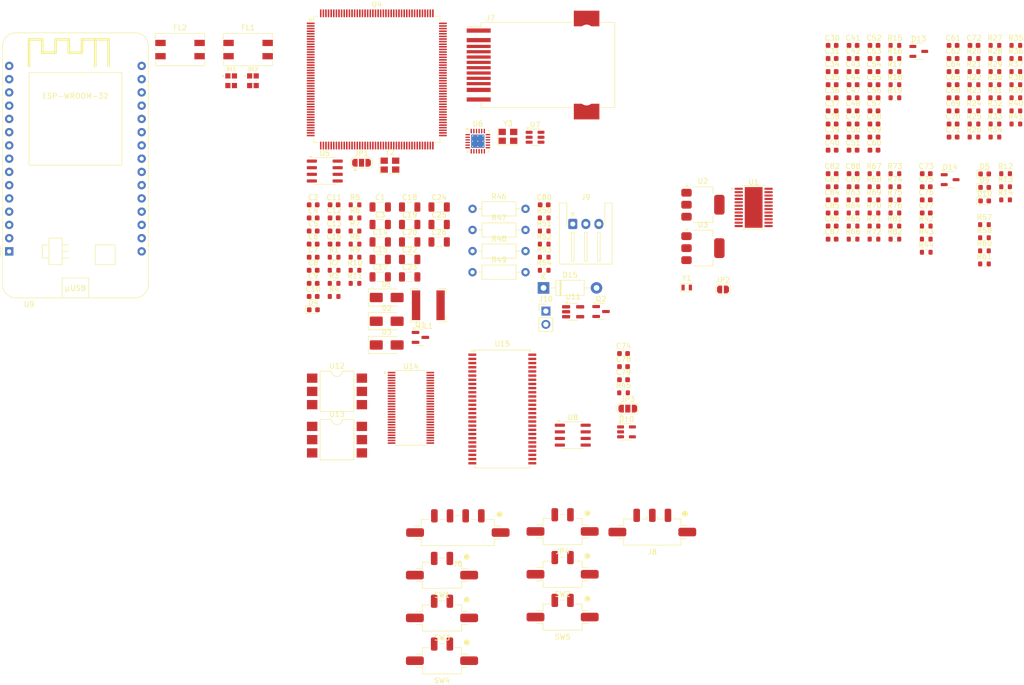
<source format=kicad_pcb>
(kicad_pcb
	(version 20240108)
	(generator "pcbnew")
	(generator_version "8.0")
	(general
		(thickness 1.6)
		(legacy_teardrops no)
	)
	(paper "A4")
	(layers
		(0 "F.Cu" signal)
		(31 "B.Cu" signal)
		(32 "B.Adhes" user "B.Adhesive")
		(33 "F.Adhes" user "F.Adhesive")
		(34 "B.Paste" user)
		(35 "F.Paste" user)
		(36 "B.SilkS" user "B.Silkscreen")
		(37 "F.SilkS" user "F.Silkscreen")
		(38 "B.Mask" user)
		(39 "F.Mask" user)
		(40 "Dwgs.User" user "User.Drawings")
		(41 "Cmts.User" user "User.Comments")
		(42 "Eco1.User" user "User.Eco1")
		(43 "Eco2.User" user "User.Eco2")
		(44 "Edge.Cuts" user)
		(45 "Margin" user)
		(46 "B.CrtYd" user "B.Courtyard")
		(47 "F.CrtYd" user "F.Courtyard")
		(48 "B.Fab" user)
		(49 "F.Fab" user)
		(50 "User.1" user)
		(51 "User.2" user)
		(52 "User.3" user)
		(53 "User.4" user)
		(54 "User.5" user)
		(55 "User.6" user)
		(56 "User.7" user)
		(57 "User.8" user)
		(58 "User.9" user)
	)
	(setup
		(pad_to_mask_clearance 0)
		(allow_soldermask_bridges_in_footprints no)
		(pcbplotparams
			(layerselection 0x00010fc_ffffffff)
			(plot_on_all_layers_selection 0x0000000_00000000)
			(disableapertmacros no)
			(usegerberextensions no)
			(usegerberattributes yes)
			(usegerberadvancedattributes yes)
			(creategerberjobfile yes)
			(dashed_line_dash_ratio 12.000000)
			(dashed_line_gap_ratio 3.000000)
			(svgprecision 4)
			(plotframeref no)
			(viasonmask no)
			(mode 1)
			(useauxorigin no)
			(hpglpennumber 1)
			(hpglpenspeed 20)
			(hpglpendiameter 15.000000)
			(pdf_front_fp_property_popups yes)
			(pdf_back_fp_property_popups yes)
			(dxfpolygonmode yes)
			(dxfimperialunits yes)
			(dxfusepcbnewfont yes)
			(psnegative no)
			(psa4output no)
			(plotreference yes)
			(plotvalue yes)
			(plotfptext yes)
			(plotinvisibletext no)
			(sketchpadsonfab no)
			(subtractmaskfromsilk no)
			(outputformat 1)
			(mirror no)
			(drillshape 1)
			(scaleselection 1)
			(outputdirectory "")
		)
	)
	(net 0 "")
	(net 1 "+3V3_FER")
	(net 2 "Earth")
	(net 3 "/Ethernet/LED_G")
	(net 4 "/Ethernet/LED_Y")
	(net 5 "GND")
	(net 6 "+3V3")
	(net 7 "+5V")
	(net 8 "/Power/3V3_Display")
	(net 9 "Net-(C5-Pad2)")
	(net 10 "Net-(U1-COMP)")
	(net 11 "Net-(U1-C1+)")
	(net 12 "Net-(U1-C1-)")
	(net 13 "Net-(U1-C2+)")
	(net 14 "Net-(U1-C2-)")
	(net 15 "/Power/3V8")
	(net 16 "Net-(D2-A)")
	(net 17 "Net-(U1-DRV)")
	(net 18 "/Power/18V")
	(net 19 "/Power/9V6")
	(net 20 "Net-(U1-FB1)")
	(net 21 "Net-(U1-REF)")
	(net 22 "/Power/-6V")
	(net 23 "Net-(U1-VCOMIN)")
	(net 24 "+24V")
	(net 25 "Net-(U3-VI)")
	(net 26 "Net-(U2-VI)")
	(net 27 "+5VP")
	(net 28 "Net-(D1-A)")
	(net 29 "Net-(D4-A)")
	(net 30 "Net-(D15-K)")
	(net 31 "/IEC_Charging_Circuit/CP")
	(net 32 "Net-(J7-Pad2)")
	(net 33 "Net-(J7-RD-)")
	(net 34 "Net-(J7-TD-)")
	(net 35 "unconnected-(J7-NC-Pad9)")
	(net 36 "Net-(J7-RD+)")
	(net 37 "Net-(J7-TD+)")
	(net 38 "Net-(J7-Pad11)")
	(net 39 "Net-(J8-Pin_2)")
	(net 40 "/IEC_Charging_Circuit/PP")
	(net 41 "Net-(J10-Pin_1)")
	(net 42 "Net-(JP1-C)")
	(net 43 "/Core/V_{ref}")
	(net 44 "Net-(JP3-C)")
	(net 45 "/ESP32/V_{ref}")
	(net 46 "Net-(Q1-B)")
	(net 47 "Net-(Q2-G)")
	(net 48 "Net-(U1-FB3)")
	(net 49 "Net-(U1-FB2)")
	(net 50 "Net-(R6-Pad2)")
	(net 51 "Net-(U10-A)")
	(net 52 "/IEC_Charging_Circuit/PWM_SENSE")
	(net 53 "/IEC_Charging_Circuit/EV_Start_Charging")
	(net 54 "Net-(U11--)")
	(net 55 "/IEC_Charging_Circuit/Charging_Point_PWM")
	(net 56 "Net-(R54-Pad1)")
	(net 57 "/SDRAM/D9")
	(net 58 "unconnected-(U4B-PH9-Pad86)")
	(net 59 "/SDRAM/A11")
	(net 60 "unconnected-(U4B-PD13-Pad101)")
	(net 61 "/Core/I2C_SCL")
	(net 62 "/SDRAM/D0")
	(net 63 "unconnected-(U4B-PC13-Pad8)")
	(net 64 "unconnected-(U4B-PD4-Pad146)")
	(net 65 "unconnected-(U4G-PA3-Pad47)")
	(net 66 "/Display/B5")
	(net 67 "unconnected-(U4B-PI8-Pad7)")
	(net 68 "/SDRAM/D14")
	(net 69 "/SDRAM/D2")
	(net 70 "/SDRAM/D4")
	(net 71 "unconnected-(U4B-PH6-Pad83)")
	(net 72 "/Core/OSC_in")
	(net 73 "unconnected-(U4B-PG13-Pad156)")
	(net 74 "/Core/SWCLK")
	(net 75 "unconnected-(U4B-PG10-Pad153)")
	(net 76 "/Display/R2")
	(net 77 "/SDRAM/A3")
	(net 78 "/SDRAM/D13")
	(net 79 "unconnected-(U4B-PH15-Pad130)")
	(net 80 "unconnected-(U4G-PA9-Pad120)")
	(net 81 "/Display/R0")
	(net 82 "/SDRAM/A2")
	(net 83 "/Display/R7")
	(net 84 "/Display/B4")
	(net 85 "unconnected-(U4G-PB14-Pad94)")
	(net 86 "unconnected-(U4G-PA12-Pad123)")
	(net 87 "unconnected-(U4G-PD2-Pad144)")
	(net 88 "/SDRAM/A0")
	(net 89 "unconnected-(U4B-PF8-Pad26)")
	(net 90 "/SDRAM/SDNE0")
	(net 91 "/Core/SWDIO")
	(net 92 "/SDRAM/A10")
	(net 93 "unconnected-(U4B-PC10-Pad139)")
	(net 94 "/Display/G0")
	(net 95 "unconnected-(U4B-PI7-Pad176)")
	(net 96 "/SDRAM/BA0")
	(net 97 "/Ethernet/RMII_TX_EN")
	(net 98 "/Core/NRST")
	(net 99 "/SDRAM/D12")
	(net 100 "unconnected-(U4B-PH12-Pad89)")
	(net 101 "/SDRAM/NBL0")
	(net 102 "/Display/B0")
	(net 103 "unconnected-(U4B-PD3-Pad145)")
	(net 104 "/Display/G2")
	(net 105 "unconnected-(U4B-PG14-Pad157)")
	(net 106 "/Display/R1")
	(net 107 "unconnected-(U4B-PH10-Pad87)")
	(net 108 "/SDRAM/SDNWE")
	(net 109 "/Ethernet/RMII_RXD1")
	(net 110 "/SDRAM/A9")
	(net 111 "/SDRAM/D11")
	(net 112 "unconnected-(U4B-PI6-Pad175)")
	(net 113 "/Display/DE")
	(net 114 "/Display/G3")
	(net 115 "/Display/CLK")
	(net 116 "unconnected-(U4G-PA11-Pad122)")
	(net 117 "unconnected-(U4B-PB5-Pad163)")
	(net 118 "unconnected-(U4B-PI3-Pad134)")
	(net 119 "unconnected-(U4G-PA0-Pad40)")
	(net 120 "/SDRAM/A4")
	(net 121 "/Display/B3")
	(net 122 "unconnected-(U4G-PD5-Pad147)")
	(net 123 "/SDRAM/D15")
	(net 124 "/SDRAM/D3")
	(net 125 "/Display/G4")
	(net 126 "/SDRAM/A7")
	(net 127 "unconnected-(U4B-PC8-Pad117)")
	(net 128 "/SDRAM/A12")
	(net 129 "unconnected-(U4B-PI1-Pad132)")
	(net 130 "Net-(C27-Pad1)")
	(net 131 "Net-(U4F-BOOT0)")
	(net 132 "unconnected-(U4B-PD7-Pad151)")
	(net 133 "unconnected-(U4B-PC7-Pad116)")
	(net 134 "/Display/G7")
	(net 135 "unconnected-(U4F-PDR_ON-Pad171)")
	(net 136 "/Ethernet/RMII_MDIO")
	(net 137 "/Display/G1")
	(net 138 "/Display/R6")
	(net 139 "unconnected-(U4B-PH7-Pad84)")
	(net 140 "/SDRAM/D6")
	(net 141 "/SDRAM/A1")
	(net 142 "unconnected-(U4B-PG3-Pad107)")
	(net 143 "/SDRAM/D8")
	(net 144 "/Display/B6")
	(net 145 "/Display/R4")
	(net 146 "/Core/OSC_out")
	(net 147 "unconnected-(U4B-PA15-Pad138)")
	(net 148 "unconnected-(U4B-PF6-Pad24)")
	(net 149 "/SDRAM/A5")
	(net 150 "/Display/G6")
	(net 151 "/Core/I2C_SDA")
	(net 152 "unconnected-(U4B-PF7-Pad25)")
	(net 153 "unconnected-(U4G-PA10-Pad121)")
	(net 154 "unconnected-(U4B-PF9-Pad27)")
	(net 155 "unconnected-(U4G-PC12-Pad141)")
	(net 156 "/Display/G5")
	(net 157 "unconnected-(U4B-PB15-Pad95)")
	(net 158 "unconnected-(U4B-PC6-Pad115)")
	(net 159 "unconnected-(U4B-PD12-Pad100)")
	(net 160 "/Display/R5")
	(net 161 "unconnected-(U4B-PE2-Pad1)")
	(net 162 "/Ethernet/RMII_TXD1")
	(net 163 "/SDRAM/D5")
	(net 164 "/Core/CAN_TX")
	(net 165 "/SDRAM/D1")
	(net 166 "Net-(U4A-VREF+)")
	(net 167 "/Display/B1")
	(net 168 "/Display/B7")
	(net 169 "unconnected-(U4B-PD11-Pad99)")
	(net 170 "/Ethernet/RMII_MDC")
	(net 171 "unconnected-(U4B-PE3-Pad2)")
	(net 172 "/Core/OSC32_in")
	(net 173 "/SDRAM/SDCLK")
	(net 174 "/Core/CAN_RX")
	(net 175 "unconnected-(U4G-PD6-Pad150)")
	(net 176 "unconnected-(U4B-PG11-Pad154)")
	(net 177 "/SDRAM/SDCKE0")
	(net 178 "/Ethernet/RMII_RXD0")
	(net 179 "unconnected-(U4B-PC11-Pad140)")
	(net 180 "/Ethernet/RMII_CRS_DV")
	(net 181 "/Core/TRACESWO")
	(net 182 "unconnected-(U4B-PB4-Pad162)")
	(net 183 "/Display/HSYNC")
	(net 184 "/Ethernet/RMII_TXD0")
	(net 185 "Net-(C33-Pad1)")
	(net 186 "/SDRAM/D10")
	(net 187 "/SDRAM/SDNCAS")
	(net 188 "/Display/R3")
	(net 189 "/Core/OSC32_out")
	(net 190 "/Display/VSYNC")
	(net 191 "/SDRAM/D7")
	(net 192 "unconnected-(U4B-PI0-Pad131)")
	(net 193 "unconnected-(U4B-PG9-Pad152)")
	(net 194 "/SDRAM/BA1")
	(net 195 "unconnected-(U4B-PH11-Pad88)")
	(net 196 "/SDRAM/SDNRAS")
	(net 197 "/SDRAM/A6")
	(net 198 "/SDRAM/NBL1")
	(net 199 "/Display/B2")
	(net 200 "/Ethernet/RMII_REF_CLK")
	(net 201 "/SDRAM/A8")
	(net 202 "unconnected-(U4B-PB2-Pad58)")
	(net 203 "Net-(U5-CANL)")
	(net 204 "Net-(U5-Rs)")
	(net 205 "Net-(U5-CANH)")
	(net 206 "Net-(U6-~{INT}{slash}REFCLKO)")
	(net 207 "/Ethernet/XTAL2")
	(net 208 "Net-(U6-VDDCR)")
	(net 209 "Net-(U6-RXER{slash}PHYAD0)")
	(net 210 "Net-(U6-TXD0)")
	(net 211 "Net-(U6-~{RST})")
	(net 212 "Net-(U6-RXD1{slash}MODE1)")
	(net 213 "Net-(U6-TXD1)")
	(net 214 "Net-(U6-MDIO)")
	(net 215 "Net-(U6-TXEN)")
	(net 216 "/Ethernet/XTAL1")
	(net 217 "Net-(U6-RBIAS)")
	(net 218 "Net-(U6-MDC)")
	(net 219 "Net-(U6-CRS_DV{slash}MODE2)")
	(net 220 "Net-(U6-RXD0{slash}MODE0)")
	(net 221 "Net-(U8-CANL)")
	(net 222 "Net-(U8-Rs)")
	(net 223 "Net-(U8-CANH)")
	(net 224 "/ESP32/CAN_RX")
	(net 225 "/ESP32/CAN_TX")
	(net 226 "unconnected-(U10-NC-Pad1)")
	(net 227 "/SDC_and_SCS/SDC_in")
	(net 228 "unconnected-(U12-Pad3)")
	(net 229 "/SDC_and_SCS/SDC_enable")
	(net 230 "Net-(R55-Pad1)")
	(net 231 "/SDC_and_SCS/SDC_out")
	(net 232 "/SDC_and_SCS/RSD_in")
	(net 233 "unconnected-(U13-Pad5)")
	(net 234 "Net-(R56-Pad2)")
	(net 235 "unconnected-(U13-Pad3)")
	(net 236 "/SDC_and_SCS/RSD_out")
	(net 237 "/Core/CANH")
	(net 238 "/Core/CANL")
	(net 239 "/ESP32/CANH")
	(net 240 "/ESP32/CANL")
	(net 241 "Net-(D5-A)")
	(net 242 "Net-(D9-A)")
	(net 243 "Net-(D10-A)")
	(net 244 "/SDC_and_SCS/~{IMD_Error_LED}")
	(net 245 "Net-(Q3-G)")
	(net 246 "Net-(Q4-G)")
	(net 247 "/SDC_and_SCS/~{AMS_Error_LED}")
	(net 248 "/Display/PCAP_RST")
	(net 249 "/Display/I2C_SDA")
	(net 250 "/Display/I2C_SCL")
	(net 251 "Net-(U14-~{SHTDN})")
	(net 252 "Net-(U14-CLKSEL)")
	(net 253 "/Display/LCD_SELB")
	(net 254 "Net-(R70-Pad1)")
	(net 255 "VDD")
	(net 256 "Net-(R72-Pad2)")
	(net 257 "/Display/LCD_STBYB")
	(net 258 "/Display/LCB_Reset")
	(net 259 "/Display/LCD_U{slash}D")
	(net 260 "/Display/LCD_L{slash}R")
	(net 261 "/Display/RXIN0-")
	(net 262 "/Display/RXCLKIN+")
	(net 263 "/Display/RXIN0+")
	(net 264 "/Display/RXIN2-")
	(net 265 "/Display/RXIN1-")
	(net 266 "/Display/RXIN2+")
	(net 267 "/Display/RXIN3+")
	(net 268 "/Display/RXIN3-")
	(net 269 "/Display/RXIN1+")
	(net 270 "/Display/RXCLKIN-")
	(net 271 "Net-(U15-VDDQ-Pad3)")
	(net 272 "Net-(U15-VDD-Pad1)")
	(net 273 "unconnected-(U15-NC-Pad40)")
	(net 274 "Net-(SW5-Pad1)")
	(net 275 "/Core/LED1_B")
	(net 276 "/Core/LED1_G")
	(net 277 "/Core/LED1_R")
	(net 278 "/Core/LED2_R")
	(net 279 "/Core/LED2_G")
	(net 280 "/Core/LED2_B")
	(net 281 "unconnected-(U9-TX0{slash}D1-Pad18)")
	(net 282 "unconnected-(U9-D18-Pad22)")
	(net 283 "unconnected-(U9-D34-Pad12)")
	(net 284 "unconnected-(U9-D19-Pad21)")
	(net 285 "unconnected-(U9-D25-Pad8)")
	(net 286 "/ESP32/ESP_RX")
	(net 287 "unconnected-(U9-D15-Pad28)")
	(net 288 "unconnected-(U9-D32-Pad10)")
	(net 289 "unconnected-(U9-RX0{slash}D3-Pad19)")
	(net 290 "unconnected-(U9-D13-Pad3)")
	(net 291 "unconnected-(U9-D12-Pad4)")
	(net 292 "unconnected-(U9-D35-Pad11)")
	(net 293 "unconnected-(U9-D2-Pad27)")
	(net 294 "unconnected-(U9-D14-Pad5)")
	(net 295 "unconnected-(U9-D39{slash}VN-Pad13)")
	(net 296 "/ESP32/ESP_TX")
	(net 297 "unconnected-(U9-D22-Pad17)")
	(net 298 "unconnected-(U9-D26-Pad7)")
	(net 299 "unconnected-(U9-D33-Pad9)")
	(net 300 "unconnected-(U9-EN-Pad15)")
	(net 301 "unconnected-(U9-VIN-Pad1)")
	(net 302 "unconnected-(U9-D36{slash}VP-Pad14)")
	(net 303 "unconnected-(U9-D27-Pad6)")
	(net 304 "unconnected-(U9-D23-Pad16)")
	(net 305 "/Core/SDC_Voltage")
	(net 306 "/Core/TSAL_Green")
	(net 307 "Net-(JP4-A)")
	(net 308 "Net-(J4-Pin_2)")
	(net 309 "/SDC_and_SCS/AMS_Reset_in")
	(net 310 "/SDC_and_SCS/AMS_Reset_out")
	(net 311 "unconnected-(SW3-Pad1)")
	(net 312 "unconnected-(SW3-Pad2)")
	(net 313 "unconnected-(SW4-Pad2)")
	(net 314 "unconnected-(SW4-Pad1)")
	(footprint "Capacitor_SMD:C_1206_3216Metric" (layer "F.Cu") (at 90.13 90.29))
	(footprint "Capacitor_SMD:C_0603_1608Metric" (layer "F.Cu") (at 81.29 76.47))
	(footprint "Package_TO_SOT_SMD:SOT-23-3" (layer "F.Cu") (at 199.395 71.645))
	(footprint "Resistor_SMD:R_0603_1608Metric" (layer "F.Cu") (at 203.975 63.48))
	(footprint "Capacitor_SMD:C_1206_3216Metric" (layer "F.Cu") (at 101.43 76.89))
	(footprint "Capacitor_SMD:C_0603_1608Metric" (layer "F.Cu") (at 199.965 53.44))
	(footprint "Capacitor_SMD:C_0603_1608Metric" (layer "F.Cu") (at 81.29 84))
	(footprint "Capacitor_SMD:C_0603_1608Metric" (layer "F.Cu") (at 176.775 70.5))
	(footprint "Resistor_SMD:R_0603_1608Metric" (layer "F.Cu") (at 207.985 58.46))
	(footprint "Charger:ESP32-WROOM-32-DevKit-30Pin" (layer "F.Cu") (at 19 85.4))
	(footprint "LED_SMD:LED_0603_1608Metric" (layer "F.Cu") (at 206.015 70.54))
	(footprint "Diode_SMD:D_SMA" (layer "F.Cu") (at 91.375 94.24))
	(footprint "Resistor_SMD:R_0603_1608Metric" (layer "F.Cu") (at 211.995 48.42))
	(footprint "Resistor_SMD:R_0603_1608Metric" (layer "F.Cu") (at 180.785 75.52))
	(footprint "Capacitor_SMD:C_1206_3216Metric" (layer "F.Cu") (at 90.13 80.24))
	(footprint "Resistor_SMD:R_0603_1608Metric" (layer "F.Cu") (at 85.3 78.98))
	(footprint "Resistor_SMD:R_0603_1608Metric" (layer "F.Cu") (at 184.795 73.01))
	(footprint "Capacitor_SMD:C_0603_1608Metric" (layer "F.Cu") (at 180.785 55.95))
	(footprint "Package_TO_SOT_SMD:SOT-223-3_TabPin2" (layer "F.Cu") (at 152 76.45))
	(footprint "FaSTTUBe_connectors:Micro_Mate-N-Lok_2p_vertical" (layer "F.Cu") (at 101.98 163.87))
	(footprint "Resistor_SMD:R_0603_1608Metric" (layer "F.Cu") (at 205.975 82.78))
	(footprint "Capacitor_SMD:C_0603_1608Metric" (layer "F.Cu") (at 184.795 65.99))
	(footprint "Resistor_SMD:R_0603_1608Metric" (layer "F.Cu") (at 188.805 55.95))
	(footprint "Resistor_SMD:R_0603_1608Metric" (layer "F.Cu") (at 81.29 86.51))
	(footprint "Capacitor_SMD:C_0603_1608Metric" (layer "F.Cu") (at 199.965 58.46))
	(footprint "Resistor_SMD:R_0603_1608Metric" (layer "F.Cu") (at 207.985 60.97))
	(footprint "Capacitor_SMD:C_1206_3216Metric" (layer "F.Cu") (at 95.78 86.94))
	(footprint "Resistor_SMD:R_0603_1608Metric" (layer "F.Cu") (at 194.815 83.05))
	(footprint "Resistor_SMD:R_0603_1608Metric" (layer "F.Cu") (at 203.975 50.93))
	(footprint "FaSTTUBe_connectors:Micro_Mate-N-Lok_2p_vertical" (layer "F.Cu") (at 125.1 147.295))
	(footprint "Capacitor_SMD:C_1206_3216Metric" (layer "F.Cu") (at 101.43 83.59))
	(footprint "Capacitor_SMD:C_0603_1608Metric" (layer "F.Cu") (at 199.965 50.93))
	(footprint "Resistor_SMD:R_0603_1608Metric" (layer "F.Cu") (at 81.29 89.02))
	(footprint "Package_TO_SOT_SMD:SOT-23-3" (layer "F.Cu") (at 193.385 47.055))
	(footprint "Resistor_SMD:R_0603_1608Metric" (layer "F.Cu") (at 188.805 75.52))
	(footprint "Resistor_SMD:R_0603_1608Metric" (layer "F.Cu") (at 211.995 60.97))
	(footprint "Resistor_SMD:R_0603_1608Metric" (layer "F.Cu") (at 85.3 84))
	(footprint "Resistor_SMD:R_0603_1608Metric" (layer "F.Cu") (at 121.57 86.51))
	(footprint "Capacitor_SMD:C_0603_1608Metric"
		(layer "F.Cu")
		(uuid "3ed3be17-1be7-45a6-aa1d-3430a9ecec47")
		(at 184.795 60.97)
		(descr "Capacitor SMD 0603 (1608 Metric), square (rectangular) end terminal, IPC_7351 nominal, (Body size source: IPC-SM-782 page 76, https://www.pcb-3d.com/wordpress/wp-content/uploads/ipc-sm-782a_amendment_1_and_2.pdf), generated with kicad-footprint-generator")
		(tags "capacitor")
		(property "Reference" "C58"
			(at 0 -1.43 0)
			(layer "F.SilkS")
			(uuid "2a93fc7b-6549-4893-8ae4-71219395b126")
			(effects
				(font
					(size 1 1)
					(thickness 0.15)
				)
			)
		)
		(property "Value" "C_Small"
			(at 0 1.43 0)
			(layer "F.Fab")
			(uuid "7ce326a2-ae95-4b37-880c-11a377dab32c")
			(effects
				(font
					(size 1 1)
					(thickness 0.15)
				)
			)
		)
		(property "Footprint" "Capacitor_SMD:C_0603_1608Metric"
			(at 0 0 0)
			(unlocked yes)
			(layer "F.Fab")
			(hide yes)
			(uuid "60426591-d343-4624-aec3-59877d9fdeca")
			(effects
				(font
					(size 1.27 1.27)
					(thickness 0.15)
				)
			)
		)
		(property "Datasheet" ""
			(at 0 0 0)
			(unlocked yes)
			(layer "F.Fab")
			(hide yes)
			(uuid "5ac2b181-b86f-4f9e-b904-04f5fc33fe3e")
			(effects
				(font
					(size 1.27 1.27)
					(thickness 0.15)
				)
			)
		)
		(property "Description" "Unpolarized capacitor, small symbol"
			(at 0 0 0)
			(unlocked yes)
			(layer "F.Fab")
			(hide yes)
			(uuid "00031d13-06a8-4c02-8776-493ea387f917")
			(effects
				(font
					(size 1.27 1.27)
					(thickness 0.15)
				)
			)
		)
		(property ki_fp_filters "C_*")
		(path "/486f4a0e-b8d5-42cd-a726-c7aa5b0383fd/4d5c0416-759e-4593-a89e-8b864cfe6966")
... [852316 chars truncated]
</source>
